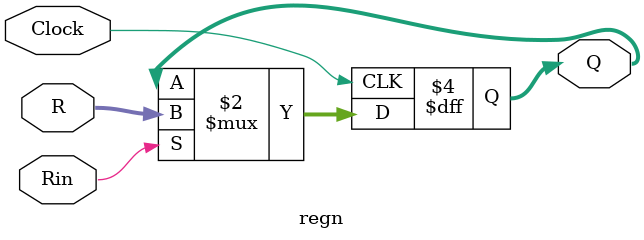
<source format=v>
module proc(DIN, Resetn, Clock, Run, Done);
    input [15:0] DIN;
    input Resetn, Clock, Run;
    output Done;

    reg [15:0] BusWires;
    reg [3:0] Sel; // BusWires selector
    reg [0:7] Rin;
    reg [15:0] Sum;
    reg IRin, Done, Ain, Gin, AddSub;
    reg [2:0] Tstep_Q, Tstep_D;
    wire [2:0] III, rX, rY; // instruction opcode and register operands
    wire [0:7] Xreg;
    wire [15:0] R0, R1, R2, R3, R4, R5, R6, R7, A;
    wire [15:0] G;
    wire [15:0] IR;
    wire IMM;
	
    assign III = IR[15:13];
    assign IMM = IR[12];
    assign rX = IR[11:9];
    assign rY = IR[2:0];
	 
    dec3to8 decX (rX, Xreg);

    parameter T0 = 3'b000, T1 = 3'b001, T2 = 3'b010, T3 = 3'b011;

    // Control FSM state table
    always @(Tstep_Q, Run, Done)
        case (Tstep_Q)
            T0: // data is loaded into IR in this time step
                if (~Run) Tstep_D = T0;
                else Tstep_D = T1;
            T1: // some instructions end after this time step
                if (Done) Tstep_D = T0;
                else Tstep_D = T2;
            T2: // always go to T3 after this
                Tstep_D = T3;
            T3: // instructions end after this time step
                Tstep_D = T0;
            default: Tstep_D = 3'bxxx;
       endcase

    /* OPCODE format: III M XXX DDDDDDDDD, where 
    *     III = instruction, M = Immediate, XXX = rX. 
    *     If M = 0, DDDDDDDDD = 000000YYY = rY
    *     If M = 1, DDDDDDDDD = #D is the immediate operand 
    *
    *  III M  Instruction   Description
    *  --- -  -----------   -----------
    *  000 0: mv   rX,rY    rX <- rY
    *  000 1: mv   rX,#D    rX <- D (0 extended)
    *  001 1: mvt  rX,#D    rX <- D << 8
    *  010 0: add  rX,rY    rX <- rX + rY
    *  010 1: add  rX,#D    rX <- rX + D
    *  011 0: sub  rX,rY    rX <- rX - rY
    *  011 1: sub  rX,#D    rX <- rX - D */
    parameter mv = 3'b000, mvt = 3'b001, add = 3'b010, sub = 3'b011;
    // selectors for the BusWires multiplexer
    parameter Sel_R0 = 4'b0000, Sel_R1 = 4'b0001, Sel_R2 = 4'b0010, Sel_R3 = 4'b0011,
        Sel_R4 = 4'b0100, Sel_R5 = 4'b0101, Sel_R6 = 4'b0110, Sel_R7 = 4'b0111, Sel_G = 4'b1000,
        Sel_D /* immediate data */ = 4'b1001, Sel_D8 /* immediate data << 8 */ = 4'b1010;
    // Control FSM outputs
    always @(*) begin
        // default values for control signals
        Done = 1'b0; Ain = 1'b0; Gin = 1'b0; AddSub = 1'b0; IRin = 1'b0; Rin = 8'b0;
        Sel = 4'bxxxx;
        case (Tstep_Q)
            T0: // store instruction on DIN in IR 
                IRin = 1'b1;
            T1: // define signals in T1
                case (III)
                    mv: begin
                        // ... your code goes here
								
								if (IMM == 1'b1)
									begin
										Sel = 4'b1001;
										Rin = Xreg;
										Done = 1'b1;
									end
								else if (IMM == 0)
									begin
										Sel = {1'b0, rY};
										Rin = Xreg;
										Done = 1'b1;
									end
									
                    end
						  
                    mvt: begin
                        // ... your code goes here
								Sel = 4'b1010;
								Rin = Xreg;
								Done = 1'b1;
									
                    end
						  
                    add, sub: begin
                        // ... your code goes here
								
								if(III == add)
									begin
										if (IMM == 1'b1)
											begin
												Sel = 4'b1010;
												Ain = 1'b1;
											end
										else if (IMM == 0)
											begin
												Sel = {1'b0, rY};
												Ain = 1'b1;
											end
									end
								
								else if(III == sub)
									begin
										Sel = {1'b0, rX};
										Ain = 1'b1;
									end

                    end
                    default: ;
						  
                endcase
					 
            T2: // define signals T2
                case (III)
                    add: begin
                        // ... your code goes here
								
								if (IMM == 1'b1)
									begin
										AddSub = 1'b0;
										Gin = 1'b1;
										Sel = 4'b1001;
									end
								else if (IMM == 0)
									begin
										AddSub = 1'b0;
										Sel = {1'b0, rY};
										Gin = 1'b1;
									end
									
                    end
                    sub: begin
                        // ... your code goes here
								
								if (IMM == 1'b1)
									begin
										AddSub = 1'b1;
										Gin = 1'b1;
										Sel = 4'b1001;
									end
								else if (IMM == 0)
									begin
										AddSub = 1'b1;
										Sel = {1'b0, rY};
										Gin = 1'b1;
									end
								
                    end
                    default: ; 
                endcase
					 
            T3: // define T3
                case (III)
                    add, sub: begin
						  
						  Sel = 4'b1000;
						  Rin = Xreg;
                        // ... your code goes here
                    end
                    default: ;
                endcase
            default: ;
        endcase
    end   
	
	//assign R1 = Rin;
	//assign R0 = Xreg;
	//assign A = Sel;
	//assign G = Rin;
	
    // Control FSM flip-flops
    always @(posedge Clock)
        if (!Resetn)
            Tstep_Q <= T0;
        else
            Tstep_Q <= Tstep_D;   
	
    regn reg_0 (BusWires, Rin[0], Clock, R0);
    regn reg_1 (BusWires, Rin[1], Clock, R1);
    regn reg_2 (BusWires, Rin[2], Clock, R2);
    regn reg_3 (BusWires, Rin[3], Clock, R3);
    regn reg_4 (BusWires, Rin[4], Clock, R4);
    regn reg_5 (BusWires, Rin[5], Clock, R5);
    regn reg_6 (BusWires, Rin[6], Clock, R6);
    regn reg_7 (BusWires, Rin[7], Clock, R7);
    regn reg_A (BusWires, Ain, Clock, A);
    regn reg_IR (DIN, IRin, Clock, IR);

    // alu
    always @(*)
        if (!AddSub)
            Sum = A + BusWires;
        else
            Sum = A - BusWires;
    regn reg_G (Sum, Gin, Clock, G);

    // define the internal processor bus
    always @(*)
        case (Sel)
            Sel_R0: BusWires = R0;
            Sel_R1: BusWires = R1;
            Sel_R2: BusWires = R2;
            Sel_R3: BusWires = R3;
            Sel_R4: BusWires = R4;
            Sel_R5: BusWires = R5;
            Sel_R6: BusWires = R6;
            Sel_R7: BusWires = R7;
            Sel_G: BusWires = G;
            Sel_D: BusWires = {7'b0000000, IR[8:0]};
            Sel_D8: BusWires = {IR[7:0], 8'b00000000};
            //default: BusWires = 16'bxxxxxxxxxxxxxxxx;
        endcase
endmodule

module dec3to8(W, Y);
    input [2:0] W;
    output [0:7] Y;
    reg [0:7] Y;
   
    always @(*)
        case (W)
            3'b000: Y = 8'b10000000;
            3'b001: Y = 8'b01000000;
            3'b010: Y = 8'b00100000;
            3'b011: Y = 8'b00010000;
            3'b100: Y = 8'b00001000;
            3'b101: Y = 8'b00000100;
            3'b110: Y = 8'b00000010;
            3'b111: Y = 8'b00000001;
        endcase
endmodule


module regn(R, Rin, Clock, Q);
    parameter n = 16;
    input [n-1:0] R;
    input Rin, Clock;
    output [n-1:0] Q;
    reg [n-1:0] Q;

    always @(posedge Clock)
        if (Rin)
            Q <= R;
endmodule
</source>
